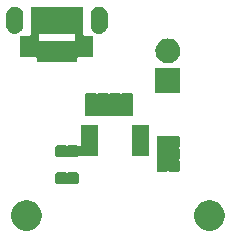
<source format=gts>
G04 #@! TF.GenerationSoftware,KiCad,Pcbnew,5.0.2-bee76a0~70~ubuntu16.04.1*
G04 #@! TF.CreationDate,2018-12-16T16:52:19+05:30*
G04 #@! TF.ProjectId,voltage_6V,766f6c74-6167-4655-9f36-562e6b696361,rev?*
G04 #@! TF.SameCoordinates,Original*
G04 #@! TF.FileFunction,Soldermask,Top*
G04 #@! TF.FilePolarity,Negative*
%FSLAX46Y46*%
G04 Gerber Fmt 4.6, Leading zero omitted, Abs format (unit mm)*
G04 Created by KiCad (PCBNEW 5.0.2-bee76a0~70~ubuntu16.04.1) date Sun Dec 16 16:52:19 2018*
%MOMM*%
%LPD*%
G01*
G04 APERTURE LIST*
%ADD10C,0.100000*%
G04 APERTURE END LIST*
D10*
G36*
X158379196Y-101749958D02*
X158615780Y-101847954D01*
X158828705Y-101990226D01*
X159009774Y-102171295D01*
X159152046Y-102384220D01*
X159250042Y-102620804D01*
X159300000Y-102871960D01*
X159300000Y-103128040D01*
X159250042Y-103379196D01*
X159152046Y-103615780D01*
X159009774Y-103828705D01*
X158828705Y-104009774D01*
X158615780Y-104152046D01*
X158379196Y-104250042D01*
X158128040Y-104300000D01*
X157871960Y-104300000D01*
X157620804Y-104250042D01*
X157384220Y-104152046D01*
X157171295Y-104009774D01*
X156990226Y-103828705D01*
X156847954Y-103615780D01*
X156749958Y-103379196D01*
X156700000Y-103128040D01*
X156700000Y-102871960D01*
X156749958Y-102620804D01*
X156847954Y-102384220D01*
X156990226Y-102171295D01*
X157171295Y-101990226D01*
X157384220Y-101847954D01*
X157620804Y-101749958D01*
X157871960Y-101700000D01*
X158128040Y-101700000D01*
X158379196Y-101749958D01*
X158379196Y-101749958D01*
G37*
G36*
X142879196Y-101749958D02*
X143115780Y-101847954D01*
X143328705Y-101990226D01*
X143509774Y-102171295D01*
X143652046Y-102384220D01*
X143750042Y-102620804D01*
X143800000Y-102871960D01*
X143800000Y-103128040D01*
X143750042Y-103379196D01*
X143652046Y-103615780D01*
X143509774Y-103828705D01*
X143328705Y-104009774D01*
X143115780Y-104152046D01*
X142879196Y-104250042D01*
X142628040Y-104300000D01*
X142371960Y-104300000D01*
X142120804Y-104250042D01*
X141884220Y-104152046D01*
X141671295Y-104009774D01*
X141490226Y-103828705D01*
X141347954Y-103615780D01*
X141249958Y-103379196D01*
X141200000Y-103128040D01*
X141200000Y-102871960D01*
X141249958Y-102620804D01*
X141347954Y-102384220D01*
X141490226Y-102171295D01*
X141671295Y-101990226D01*
X141884220Y-101847954D01*
X142120804Y-101749958D01*
X142371960Y-101700000D01*
X142628040Y-101700000D01*
X142879196Y-101749958D01*
X142879196Y-101749958D01*
G37*
G36*
X145797974Y-99343148D02*
X145832568Y-99353642D01*
X145872128Y-99374787D01*
X145878069Y-99378757D01*
X145900708Y-99388136D01*
X145924741Y-99392917D01*
X145949245Y-99392919D01*
X145973279Y-99388140D01*
X145995918Y-99378763D01*
X146001858Y-99374795D01*
X146041432Y-99353642D01*
X146076026Y-99343148D01*
X146118141Y-99339000D01*
X146725859Y-99339000D01*
X146767974Y-99343148D01*
X146802568Y-99353642D01*
X146834441Y-99370678D01*
X146862387Y-99393613D01*
X146885322Y-99421559D01*
X146902358Y-99453432D01*
X146912852Y-99488026D01*
X146917000Y-99530141D01*
X146917000Y-100187859D01*
X146912852Y-100229974D01*
X146902358Y-100264568D01*
X146885322Y-100296441D01*
X146862387Y-100324387D01*
X146834441Y-100347322D01*
X146802568Y-100364358D01*
X146767974Y-100374852D01*
X146725859Y-100379000D01*
X146118141Y-100379000D01*
X146076026Y-100374852D01*
X146041432Y-100364358D01*
X146001872Y-100343213D01*
X145995931Y-100339243D01*
X145973292Y-100329864D01*
X145949259Y-100325083D01*
X145924755Y-100325081D01*
X145900721Y-100329860D01*
X145878082Y-100339237D01*
X145872142Y-100343205D01*
X145832568Y-100364358D01*
X145797974Y-100374852D01*
X145755859Y-100379000D01*
X145148141Y-100379000D01*
X145106026Y-100374852D01*
X145071432Y-100364358D01*
X145039559Y-100347322D01*
X145011613Y-100324387D01*
X144988678Y-100296441D01*
X144971642Y-100264568D01*
X144961148Y-100229974D01*
X144957000Y-100187859D01*
X144957000Y-99530141D01*
X144961148Y-99488026D01*
X144971642Y-99453432D01*
X144988678Y-99421559D01*
X145011613Y-99393613D01*
X145039559Y-99370678D01*
X145071432Y-99353642D01*
X145106026Y-99343148D01*
X145148141Y-99339000D01*
X145755859Y-99339000D01*
X145797974Y-99343148D01*
X145797974Y-99343148D01*
G37*
G36*
X154360974Y-96259283D02*
X154395568Y-96269777D01*
X154435128Y-96290922D01*
X154441069Y-96294892D01*
X154463708Y-96304271D01*
X154487741Y-96309052D01*
X154512245Y-96309054D01*
X154536279Y-96304275D01*
X154558918Y-96294898D01*
X154564858Y-96290930D01*
X154604432Y-96269777D01*
X154639026Y-96259283D01*
X154681141Y-96255135D01*
X155288859Y-96255135D01*
X155330974Y-96259283D01*
X155365568Y-96269777D01*
X155397441Y-96286813D01*
X155425387Y-96309748D01*
X155448322Y-96337694D01*
X155465358Y-96369567D01*
X155475852Y-96404161D01*
X155480000Y-96446276D01*
X155480000Y-97103994D01*
X155475852Y-97146109D01*
X155465358Y-97180703D01*
X155442975Y-97222579D01*
X155441864Y-97224243D01*
X155432494Y-97246885D01*
X155427720Y-97270920D01*
X155427728Y-97295424D01*
X155432515Y-97319456D01*
X155441899Y-97342092D01*
X155443006Y-97343749D01*
X155465358Y-97385567D01*
X155475852Y-97420161D01*
X155480000Y-97462276D01*
X155480000Y-98119994D01*
X155475852Y-98162109D01*
X155465358Y-98196703D01*
X155444010Y-98236643D01*
X155434632Y-98259282D01*
X155429852Y-98283315D01*
X155429852Y-98307819D01*
X155434633Y-98331853D01*
X155444009Y-98354490D01*
X155465359Y-98394434D01*
X155475852Y-98429026D01*
X155480000Y-98471141D01*
X155480000Y-99128859D01*
X155475852Y-99170974D01*
X155465358Y-99205568D01*
X155448322Y-99237441D01*
X155425387Y-99265387D01*
X155397441Y-99288322D01*
X155365568Y-99305358D01*
X155330974Y-99315852D01*
X155288859Y-99320000D01*
X154681141Y-99320000D01*
X154639026Y-99315852D01*
X154604432Y-99305358D01*
X154564872Y-99284213D01*
X154558931Y-99280243D01*
X154536292Y-99270864D01*
X154512259Y-99266083D01*
X154487755Y-99266081D01*
X154463721Y-99270860D01*
X154441082Y-99280237D01*
X154435142Y-99284205D01*
X154395568Y-99305358D01*
X154360974Y-99315852D01*
X154318859Y-99320000D01*
X153711141Y-99320000D01*
X153669026Y-99315852D01*
X153634432Y-99305358D01*
X153602559Y-99288322D01*
X153574613Y-99265387D01*
X153551678Y-99237441D01*
X153534642Y-99205568D01*
X153524148Y-99170974D01*
X153520000Y-99128859D01*
X153520000Y-98471141D01*
X153524148Y-98429026D01*
X153534641Y-98394434D01*
X153555991Y-98354490D01*
X153565368Y-98331851D01*
X153570148Y-98307818D01*
X153570148Y-98283314D01*
X153565367Y-98259280D01*
X153555990Y-98236643D01*
X153534642Y-98196703D01*
X153524148Y-98162109D01*
X153520000Y-98119994D01*
X153520000Y-97462276D01*
X153524148Y-97420161D01*
X153534642Y-97385567D01*
X153557025Y-97343691D01*
X153558136Y-97342027D01*
X153567506Y-97319385D01*
X153572280Y-97295350D01*
X153572272Y-97270846D01*
X153567485Y-97246814D01*
X153558101Y-97224178D01*
X153556994Y-97222521D01*
X153534642Y-97180703D01*
X153524148Y-97146109D01*
X153520000Y-97103994D01*
X153520000Y-96446276D01*
X153524148Y-96404161D01*
X153534642Y-96369567D01*
X153551678Y-96337694D01*
X153574613Y-96309748D01*
X153602559Y-96286813D01*
X153634432Y-96269777D01*
X153669026Y-96259283D01*
X153711141Y-96255135D01*
X154318859Y-96255135D01*
X154360974Y-96259283D01*
X154360974Y-96259283D01*
G37*
G36*
X148601000Y-98009000D02*
X147064716Y-98009000D01*
X147064388Y-98008600D01*
X147045446Y-97993054D01*
X147023835Y-97981503D01*
X147000386Y-97974390D01*
X146976000Y-97971988D01*
X146951614Y-97974390D01*
X146928165Y-97981503D01*
X146906554Y-97993054D01*
X146879374Y-98017688D01*
X146862387Y-98038387D01*
X146834441Y-98061322D01*
X146802568Y-98078358D01*
X146767974Y-98088852D01*
X146725859Y-98093000D01*
X146118141Y-98093000D01*
X146076026Y-98088852D01*
X146041432Y-98078358D01*
X146001872Y-98057213D01*
X145995931Y-98053243D01*
X145973292Y-98043864D01*
X145949259Y-98039083D01*
X145924755Y-98039081D01*
X145900721Y-98043860D01*
X145878082Y-98053237D01*
X145872142Y-98057205D01*
X145832568Y-98078358D01*
X145797974Y-98088852D01*
X145755859Y-98093000D01*
X145148141Y-98093000D01*
X145106026Y-98088852D01*
X145071432Y-98078358D01*
X145039559Y-98061322D01*
X145011613Y-98038387D01*
X144988678Y-98010441D01*
X144971642Y-97978568D01*
X144961148Y-97943974D01*
X144957000Y-97901859D01*
X144957000Y-97244141D01*
X144961148Y-97202026D01*
X144971642Y-97167432D01*
X144988678Y-97135559D01*
X145011613Y-97107613D01*
X145039559Y-97084678D01*
X145071432Y-97067642D01*
X145106026Y-97057148D01*
X145148141Y-97053000D01*
X145755859Y-97053000D01*
X145797974Y-97057148D01*
X145832568Y-97067642D01*
X145872128Y-97088787D01*
X145878069Y-97092757D01*
X145900708Y-97102136D01*
X145924741Y-97106917D01*
X145949245Y-97106919D01*
X145973279Y-97102140D01*
X145995918Y-97092763D01*
X146001858Y-97088795D01*
X146041432Y-97067642D01*
X146076026Y-97057148D01*
X146118141Y-97053000D01*
X146725859Y-97053000D01*
X146767974Y-97057148D01*
X146802568Y-97067642D01*
X146834441Y-97084678D01*
X146862387Y-97107613D01*
X146879374Y-97128312D01*
X146896701Y-97145639D01*
X146917076Y-97159252D01*
X146939715Y-97168630D01*
X146963748Y-97173410D01*
X146988253Y-97173410D01*
X147012286Y-97168629D01*
X147034925Y-97159252D01*
X147055300Y-97145638D01*
X147072627Y-97128311D01*
X147086240Y-97107936D01*
X147095618Y-97085297D01*
X147101000Y-97049012D01*
X147101000Y-95359000D01*
X148601000Y-95359000D01*
X148601000Y-98009000D01*
X148601000Y-98009000D01*
G37*
G36*
X152901000Y-98009000D02*
X151401000Y-98009000D01*
X151401000Y-95359000D01*
X152901000Y-95359000D01*
X152901000Y-98009000D01*
X152901000Y-98009000D01*
G37*
G36*
X148339974Y-92660148D02*
X148374568Y-92670642D01*
X148416444Y-92693025D01*
X148418108Y-92694136D01*
X148440750Y-92703506D01*
X148464785Y-92708280D01*
X148489289Y-92708272D01*
X148513321Y-92703485D01*
X148535957Y-92694101D01*
X148537614Y-92692994D01*
X148579432Y-92670642D01*
X148614026Y-92660148D01*
X148656141Y-92656000D01*
X149313859Y-92656000D01*
X149355974Y-92660148D01*
X149390568Y-92670642D01*
X149432444Y-92693025D01*
X149434108Y-92694136D01*
X149456750Y-92703506D01*
X149480785Y-92708280D01*
X149505289Y-92708272D01*
X149529321Y-92703485D01*
X149551957Y-92694101D01*
X149553614Y-92692994D01*
X149595432Y-92670642D01*
X149630026Y-92660148D01*
X149672141Y-92656000D01*
X150329859Y-92656000D01*
X150371974Y-92660148D01*
X150406568Y-92670642D01*
X150448444Y-92693025D01*
X150450108Y-92694136D01*
X150472750Y-92703506D01*
X150496785Y-92708280D01*
X150521289Y-92708272D01*
X150545321Y-92703485D01*
X150567957Y-92694101D01*
X150569614Y-92692994D01*
X150611432Y-92670642D01*
X150646026Y-92660148D01*
X150688141Y-92656000D01*
X151345859Y-92656000D01*
X151387974Y-92660148D01*
X151422568Y-92670642D01*
X151454441Y-92687678D01*
X151482387Y-92710613D01*
X151505322Y-92738559D01*
X151522358Y-92770432D01*
X151532852Y-92805026D01*
X151537000Y-92847141D01*
X151537000Y-93454859D01*
X151532852Y-93496974D01*
X151522358Y-93531568D01*
X151501213Y-93571128D01*
X151497243Y-93577069D01*
X151487864Y-93599708D01*
X151483083Y-93623741D01*
X151483081Y-93648245D01*
X151487860Y-93672279D01*
X151497237Y-93694918D01*
X151501205Y-93700858D01*
X151522358Y-93740432D01*
X151532852Y-93775026D01*
X151537000Y-93817141D01*
X151537000Y-94424859D01*
X151532852Y-94466974D01*
X151522358Y-94501568D01*
X151505322Y-94533441D01*
X151482387Y-94561387D01*
X151454441Y-94584322D01*
X151422568Y-94601358D01*
X151387974Y-94611852D01*
X151345859Y-94616000D01*
X150688141Y-94616000D01*
X150646026Y-94611852D01*
X150611432Y-94601358D01*
X150569556Y-94578975D01*
X150567892Y-94577864D01*
X150545250Y-94568494D01*
X150521215Y-94563720D01*
X150496711Y-94563728D01*
X150472679Y-94568515D01*
X150450043Y-94577899D01*
X150448386Y-94579006D01*
X150406568Y-94601358D01*
X150371974Y-94611852D01*
X150329859Y-94616000D01*
X149672141Y-94616000D01*
X149630026Y-94611852D01*
X149595432Y-94601358D01*
X149553556Y-94578975D01*
X149551892Y-94577864D01*
X149529250Y-94568494D01*
X149505215Y-94563720D01*
X149480711Y-94563728D01*
X149456679Y-94568515D01*
X149434043Y-94577899D01*
X149432386Y-94579006D01*
X149390568Y-94601358D01*
X149355974Y-94611852D01*
X149313859Y-94616000D01*
X148656141Y-94616000D01*
X148614026Y-94611852D01*
X148579432Y-94601358D01*
X148537556Y-94578975D01*
X148535892Y-94577864D01*
X148513250Y-94568494D01*
X148489215Y-94563720D01*
X148464711Y-94563728D01*
X148440679Y-94568515D01*
X148418043Y-94577899D01*
X148416386Y-94579006D01*
X148374568Y-94601358D01*
X148339974Y-94611852D01*
X148297859Y-94616000D01*
X147640141Y-94616000D01*
X147598026Y-94611852D01*
X147563432Y-94601358D01*
X147531559Y-94584322D01*
X147503613Y-94561387D01*
X147480678Y-94533441D01*
X147463642Y-94501568D01*
X147453148Y-94466974D01*
X147449000Y-94424859D01*
X147449000Y-93817141D01*
X147453148Y-93775026D01*
X147463642Y-93740432D01*
X147484787Y-93700872D01*
X147488757Y-93694931D01*
X147498136Y-93672292D01*
X147502917Y-93648259D01*
X147502919Y-93623755D01*
X147498140Y-93599721D01*
X147488763Y-93577082D01*
X147484795Y-93571142D01*
X147463642Y-93531568D01*
X147453148Y-93496974D01*
X147449000Y-93454859D01*
X147449000Y-92847141D01*
X147453148Y-92805026D01*
X147463642Y-92770432D01*
X147480678Y-92738559D01*
X147503613Y-92710613D01*
X147531559Y-92687678D01*
X147563432Y-92670642D01*
X147598026Y-92660148D01*
X147640141Y-92656000D01*
X148297859Y-92656000D01*
X148339974Y-92660148D01*
X148339974Y-92660148D01*
G37*
G36*
X155528000Y-92654000D02*
X153428000Y-92654000D01*
X153428000Y-90554000D01*
X155528000Y-90554000D01*
X155528000Y-92654000D01*
X155528000Y-92654000D01*
G37*
G36*
X154606707Y-88021597D02*
X154683836Y-88029193D01*
X154815787Y-88069220D01*
X154881763Y-88089233D01*
X155064172Y-88186733D01*
X155224054Y-88317946D01*
X155355267Y-88477828D01*
X155452767Y-88660237D01*
X155452767Y-88660238D01*
X155512807Y-88858164D01*
X155533080Y-89064000D01*
X155512807Y-89269836D01*
X155472780Y-89401787D01*
X155452767Y-89467763D01*
X155355267Y-89650172D01*
X155224054Y-89810054D01*
X155064172Y-89941267D01*
X154881763Y-90038767D01*
X154815787Y-90058780D01*
X154683836Y-90098807D01*
X154606707Y-90106404D01*
X154529580Y-90114000D01*
X154426420Y-90114000D01*
X154349293Y-90106404D01*
X154272164Y-90098807D01*
X154140213Y-90058780D01*
X154074237Y-90038767D01*
X153891828Y-89941267D01*
X153731946Y-89810054D01*
X153600733Y-89650172D01*
X153503233Y-89467763D01*
X153483220Y-89401787D01*
X153443193Y-89269836D01*
X153422920Y-89064000D01*
X153443193Y-88858164D01*
X153503233Y-88660238D01*
X153503233Y-88660237D01*
X153600733Y-88477828D01*
X153731946Y-88317946D01*
X153891828Y-88186733D01*
X154074237Y-88089233D01*
X154140213Y-88069220D01*
X154272164Y-88029193D01*
X154349293Y-88021597D01*
X154426420Y-88014000D01*
X154529580Y-88014000D01*
X154606707Y-88021597D01*
X154606707Y-88021597D01*
G37*
G36*
X147280000Y-87647000D02*
X147282402Y-87671386D01*
X147289515Y-87694835D01*
X147301066Y-87716446D01*
X147316612Y-87735388D01*
X147335554Y-87750934D01*
X147357165Y-87762485D01*
X147380614Y-87769598D01*
X147405000Y-87772000D01*
X148175000Y-87772000D01*
X148175000Y-89622000D01*
X146905000Y-89622000D01*
X146880614Y-89624402D01*
X146857165Y-89631515D01*
X146835554Y-89643066D01*
X146816612Y-89658612D01*
X146801066Y-89677554D01*
X146789515Y-89699165D01*
X146782402Y-89722614D01*
X146780000Y-89747000D01*
X146780000Y-90017000D01*
X143380000Y-90017000D01*
X143380000Y-89747000D01*
X143377598Y-89722614D01*
X143370485Y-89699165D01*
X143358934Y-89677554D01*
X143343388Y-89658612D01*
X143324446Y-89643066D01*
X143302835Y-89631515D01*
X143279386Y-89624402D01*
X143255000Y-89622000D01*
X141985000Y-89622000D01*
X141985000Y-87772000D01*
X142755000Y-87772000D01*
X142779386Y-87769598D01*
X142802835Y-87762485D01*
X142824446Y-87750934D01*
X142835331Y-87742000D01*
X143535000Y-87742000D01*
X143535000Y-88092000D01*
X143537402Y-88116386D01*
X143544515Y-88139835D01*
X143556066Y-88161446D01*
X143571612Y-88180388D01*
X143590554Y-88195934D01*
X143612165Y-88207485D01*
X143635614Y-88214598D01*
X143660000Y-88217000D01*
X146500000Y-88217000D01*
X146524386Y-88214598D01*
X146547835Y-88207485D01*
X146569446Y-88195934D01*
X146588388Y-88180388D01*
X146603934Y-88161446D01*
X146615485Y-88139835D01*
X146622598Y-88116386D01*
X146625000Y-88092000D01*
X146625000Y-87742000D01*
X146622598Y-87717614D01*
X146615485Y-87694165D01*
X146603934Y-87672554D01*
X146588388Y-87653612D01*
X146569446Y-87638066D01*
X146547835Y-87626515D01*
X146524386Y-87619402D01*
X146500000Y-87617000D01*
X143660000Y-87617000D01*
X143635614Y-87619402D01*
X143612165Y-87626515D01*
X143590554Y-87638066D01*
X143571612Y-87653612D01*
X143556066Y-87672554D01*
X143544515Y-87694165D01*
X143537402Y-87717614D01*
X143535000Y-87742000D01*
X142835331Y-87742000D01*
X142843388Y-87735388D01*
X142858934Y-87716446D01*
X142870485Y-87694835D01*
X142877598Y-87671386D01*
X142880000Y-87647000D01*
X142880000Y-85317000D01*
X147280000Y-85317000D01*
X147280000Y-87647000D01*
X147280000Y-87647000D01*
G37*
G36*
X148797124Y-85327491D02*
X148888233Y-85355128D01*
X148933788Y-85368947D01*
X149059737Y-85436269D01*
X149170132Y-85526868D01*
X149260731Y-85637262D01*
X149328053Y-85763211D01*
X149341872Y-85808766D01*
X149369509Y-85899875D01*
X149380000Y-86006393D01*
X149380000Y-86927607D01*
X149369509Y-87034125D01*
X149341872Y-87125234D01*
X149328053Y-87170789D01*
X149260731Y-87296738D01*
X149170132Y-87407132D01*
X149059738Y-87497731D01*
X148933789Y-87565053D01*
X148888234Y-87578872D01*
X148797125Y-87606509D01*
X148702375Y-87615841D01*
X148655001Y-87620507D01*
X148655000Y-87620507D01*
X148512876Y-87606509D01*
X148376213Y-87565053D01*
X148358924Y-87555812D01*
X148336374Y-87546470D01*
X148323281Y-87536760D01*
X148250263Y-87497731D01*
X148139869Y-87407132D01*
X148049270Y-87296738D01*
X147981948Y-87170789D01*
X147968129Y-87125234D01*
X147940492Y-87034125D01*
X147930000Y-86927607D01*
X147930000Y-86006394D01*
X147940491Y-85899876D01*
X147981947Y-85763213D01*
X147981947Y-85763212D01*
X148049269Y-85637263D01*
X148139868Y-85526868D01*
X148250262Y-85436269D01*
X148376211Y-85368947D01*
X148421766Y-85355128D01*
X148512875Y-85327491D01*
X148607625Y-85318159D01*
X148654999Y-85313493D01*
X148655000Y-85313493D01*
X148797124Y-85327491D01*
X148797124Y-85327491D01*
G37*
G36*
X141552375Y-85318159D02*
X141647125Y-85327491D01*
X141738234Y-85355128D01*
X141783789Y-85368947D01*
X141909738Y-85436269D01*
X142020132Y-85526868D01*
X142110731Y-85637262D01*
X142178053Y-85763211D01*
X142191872Y-85808766D01*
X142219509Y-85899875D01*
X142230000Y-86006393D01*
X142230000Y-86927607D01*
X142219509Y-87034125D01*
X142191872Y-87125234D01*
X142178053Y-87170789D01*
X142110731Y-87296738D01*
X142020132Y-87407132D01*
X141909737Y-87497731D01*
X141836719Y-87536760D01*
X141819290Y-87548406D01*
X141812165Y-87550567D01*
X141801078Y-87555811D01*
X141783787Y-87565053D01*
X141647124Y-87606509D01*
X141505000Y-87620507D01*
X141504999Y-87620507D01*
X141457625Y-87615841D01*
X141362875Y-87606509D01*
X141271766Y-87578872D01*
X141226211Y-87565053D01*
X141100262Y-87497731D01*
X140989868Y-87407132D01*
X140899269Y-87296737D01*
X140831947Y-87170788D01*
X140818128Y-87125233D01*
X140790491Y-87034124D01*
X140780000Y-86927606D01*
X140780000Y-86006393D01*
X140790492Y-85899875D01*
X140818129Y-85808766D01*
X140831948Y-85763211D01*
X140899270Y-85637262D01*
X140989869Y-85526868D01*
X141100263Y-85436269D01*
X141226212Y-85368947D01*
X141271767Y-85355128D01*
X141362876Y-85327491D01*
X141505000Y-85313493D01*
X141505001Y-85313493D01*
X141552375Y-85318159D01*
X141552375Y-85318159D01*
G37*
M02*

</source>
